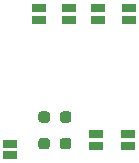
<source format=gtp>
G04 #@! TF.GenerationSoftware,KiCad,Pcbnew,5.1.9*
G04 #@! TF.CreationDate,2021-04-10T12:49:15-07:00*
G04 #@! TF.ProjectId,SofleKeyboard,536f666c-654b-4657-9962-6f6172642e6b,rev?*
G04 #@! TF.SameCoordinates,Original*
G04 #@! TF.FileFunction,Paste,Top*
G04 #@! TF.FilePolarity,Positive*
%FSLAX46Y46*%
G04 Gerber Fmt 4.6, Leading zero omitted, Abs format (unit mm)*
G04 Created by KiCad (PCBNEW 5.1.9) date 2021-04-10 12:49:15*
%MOMM*%
%LPD*%
G01*
G04 APERTURE LIST*
%ADD10R,1.143000X0.635000*%
G04 APERTURE END LIST*
D10*
X103746996Y-93725873D03*
X103746996Y-92725113D03*
X106496996Y-92725113D03*
X106496996Y-93725873D03*
X96500000Y-93500000D03*
X96500000Y-94500760D03*
G36*
G01*
X98896268Y-93747478D02*
X98896268Y-93272478D01*
G75*
G02*
X99133768Y-93034978I237500J0D01*
G01*
X99633768Y-93034978D01*
G75*
G02*
X99871268Y-93272478I0J-237500D01*
G01*
X99871268Y-93747478D01*
G75*
G02*
X99633768Y-93984978I-237500J0D01*
G01*
X99133768Y-93984978D01*
G75*
G02*
X98896268Y-93747478I0J237500D01*
G01*
G37*
G36*
G01*
X100721268Y-93747478D02*
X100721268Y-93272478D01*
G75*
G02*
X100958768Y-93034978I237500J0D01*
G01*
X101458768Y-93034978D01*
G75*
G02*
X101696268Y-93272478I0J-237500D01*
G01*
X101696268Y-93747478D01*
G75*
G02*
X101458768Y-93984978I-237500J0D01*
G01*
X100958768Y-93984978D01*
G75*
G02*
X100721268Y-93747478I0J237500D01*
G01*
G37*
X101456996Y-82998393D03*
X101456996Y-81997633D03*
X98956996Y-82998393D03*
X98956996Y-81997633D03*
X106556996Y-82998393D03*
X106556996Y-81997633D03*
X103956996Y-82998393D03*
X103956996Y-81997633D03*
G36*
G01*
X98896268Y-91497478D02*
X98896268Y-91022478D01*
G75*
G02*
X99133768Y-90784978I237500J0D01*
G01*
X99633768Y-90784978D01*
G75*
G02*
X99871268Y-91022478I0J-237500D01*
G01*
X99871268Y-91497478D01*
G75*
G02*
X99633768Y-91734978I-237500J0D01*
G01*
X99133768Y-91734978D01*
G75*
G02*
X98896268Y-91497478I0J237500D01*
G01*
G37*
G36*
G01*
X100721268Y-91497478D02*
X100721268Y-91022478D01*
G75*
G02*
X100958768Y-90784978I237500J0D01*
G01*
X101458768Y-90784978D01*
G75*
G02*
X101696268Y-91022478I0J-237500D01*
G01*
X101696268Y-91497478D01*
G75*
G02*
X101458768Y-91734978I-237500J0D01*
G01*
X100958768Y-91734978D01*
G75*
G02*
X100721268Y-91497478I0J237500D01*
G01*
G37*
M02*

</source>
